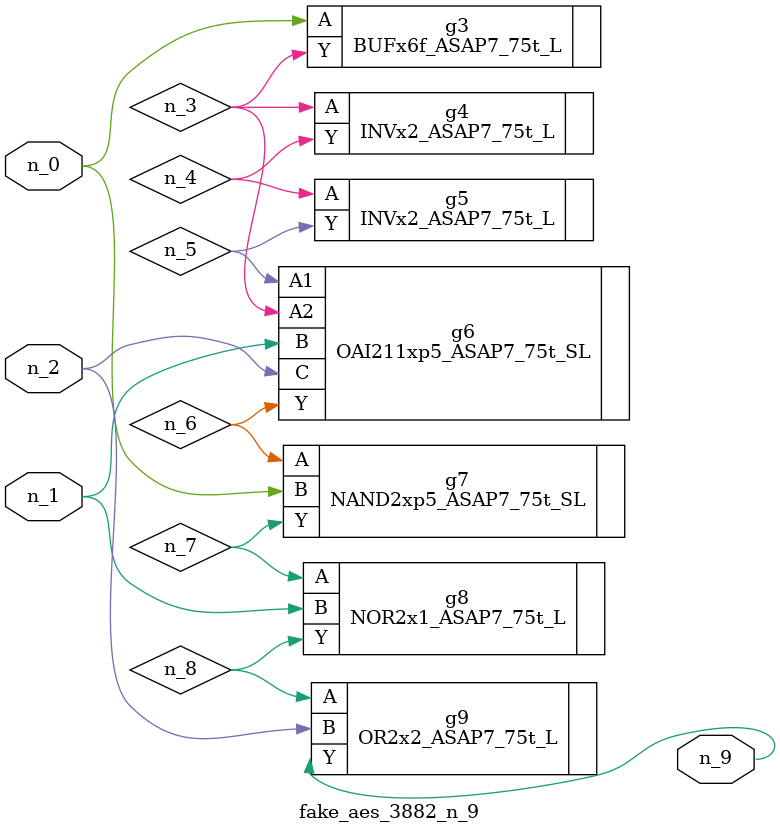
<source format=v>
module fake_aes_3882_n_9 (n_1, n_2, n_0, n_9);
input n_1;
input n_2;
input n_0;
output n_9;
wire n_6;
wire n_4;
wire n_3;
wire n_5;
wire n_7;
wire n_8;
BUFx6f_ASAP7_75t_L g3 ( .A(n_0), .Y(n_3) );
INVx2_ASAP7_75t_L g4 ( .A(n_3), .Y(n_4) );
INVx2_ASAP7_75t_L g5 ( .A(n_4), .Y(n_5) );
OAI211xp5_ASAP7_75t_SL g6 ( .A1(n_5), .A2(n_3), .B(n_1), .C(n_2), .Y(n_6) );
NAND2xp5_ASAP7_75t_SL g7 ( .A(n_6), .B(n_0), .Y(n_7) );
NOR2x1_ASAP7_75t_L g8 ( .A(n_7), .B(n_1), .Y(n_8) );
OR2x2_ASAP7_75t_L g9 ( .A(n_8), .B(n_2), .Y(n_9) );
endmodule
</source>
